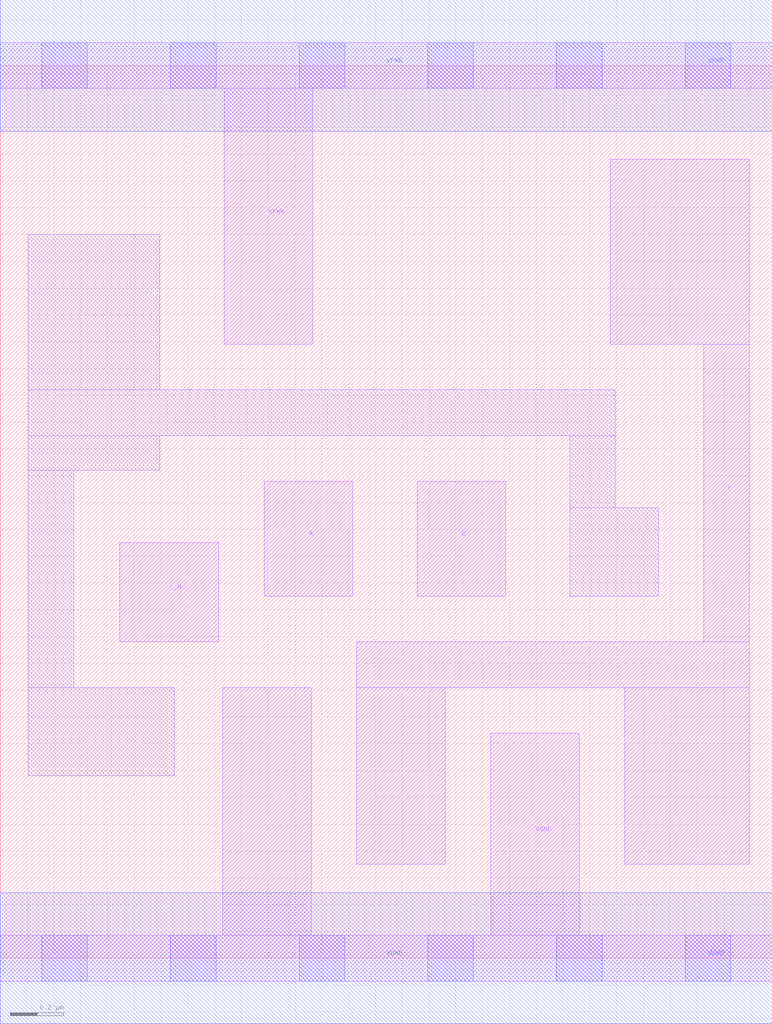
<source format=lef>
# Copyright 2020 The SkyWater PDK Authors
#
# Licensed under the Apache License, Version 2.0 (the "License");
# you may not use this file except in compliance with the License.
# You may obtain a copy of the License at
#
#     https://www.apache.org/licenses/LICENSE-2.0
#
# Unless required by applicable law or agreed to in writing, software
# distributed under the License is distributed on an "AS IS" BASIS,
# WITHOUT WARRANTIES OR CONDITIONS OF ANY KIND, either express or implied.
# See the License for the specific language governing permissions and
# limitations under the License.
#
# SPDX-License-Identifier: Apache-2.0

VERSION 5.7 ;
  NAMESCASESENSITIVE ON ;
  NOWIREEXTENSIONATPIN ON ;
  DIVIDERCHAR "/" ;
  BUSBITCHARS "[]" ;
UNITS
  DATABASE MICRONS 200 ;
END UNITS
MACRO sky130_fd_sc_hs__nor3b_1
  CLASS CORE ;
  SOURCE USER ;
  FOREIGN sky130_fd_sc_hs__nor3b_1 ;
  ORIGIN  0.000000  0.000000 ;
  SIZE  2.880000 BY  3.330000 ;
  SYMMETRY X Y ;
  SITE unit ;
  PIN A
    ANTENNAGATEAREA  0.279000 ;
    DIRECTION INPUT ;
    USE SIGNAL ;
    PORT
      LAYER li1 ;
        RECT 0.985000 1.350000 1.315000 1.780000 ;
    END
  END A
  PIN B
    ANTENNAGATEAREA  0.279000 ;
    DIRECTION INPUT ;
    USE SIGNAL ;
    PORT
      LAYER li1 ;
        RECT 1.555000 1.350000 1.885000 1.780000 ;
    END
  END B
  PIN C_N
    ANTENNAGATEAREA  0.208500 ;
    DIRECTION INPUT ;
    USE SIGNAL ;
    PORT
      LAYER li1 ;
        RECT 0.445000 1.180000 0.815000 1.550000 ;
    END
  END C_N
  PIN Y
    ANTENNADIFFAREA  0.778100 ;
    DIRECTION OUTPUT ;
    USE SIGNAL ;
    PORT
      LAYER li1 ;
        RECT 1.330000 0.350000 1.660000 1.010000 ;
        RECT 1.330000 1.010000 2.795000 1.180000 ;
        RECT 2.275000 2.290000 2.795000 2.980000 ;
        RECT 2.330000 0.350000 2.795000 1.010000 ;
        RECT 2.625000 1.180000 2.795000 2.290000 ;
    END
  END Y
  PIN VGND
    DIRECTION INOUT ;
    USE GROUND ;
    PORT
      LAYER li1 ;
        RECT 0.000000 -0.085000 2.880000 0.085000 ;
        RECT 0.830000  0.085000 1.160000 1.010000 ;
        RECT 1.830000  0.085000 2.160000 0.840000 ;
      LAYER mcon ;
        RECT 0.155000 -0.085000 0.325000 0.085000 ;
        RECT 0.635000 -0.085000 0.805000 0.085000 ;
        RECT 1.115000 -0.085000 1.285000 0.085000 ;
        RECT 1.595000 -0.085000 1.765000 0.085000 ;
        RECT 2.075000 -0.085000 2.245000 0.085000 ;
        RECT 2.555000 -0.085000 2.725000 0.085000 ;
      LAYER met1 ;
        RECT 0.000000 -0.245000 2.880000 0.245000 ;
    END
  END VGND
  PIN VPWR
    DIRECTION INOUT ;
    USE POWER ;
    PORT
      LAYER li1 ;
        RECT 0.000000 3.245000 2.880000 3.415000 ;
        RECT 0.835000 2.290000 1.165000 3.245000 ;
      LAYER mcon ;
        RECT 0.155000 3.245000 0.325000 3.415000 ;
        RECT 0.635000 3.245000 0.805000 3.415000 ;
        RECT 1.115000 3.245000 1.285000 3.415000 ;
        RECT 1.595000 3.245000 1.765000 3.415000 ;
        RECT 2.075000 3.245000 2.245000 3.415000 ;
        RECT 2.555000 3.245000 2.725000 3.415000 ;
      LAYER met1 ;
        RECT 0.000000 3.085000 2.880000 3.575000 ;
    END
  END VPWR
  OBS
    LAYER li1 ;
      RECT 0.105000 0.680000 0.650000 1.010000 ;
      RECT 0.105000 1.010000 0.275000 1.820000 ;
      RECT 0.105000 1.820000 0.595000 1.950000 ;
      RECT 0.105000 1.950000 2.295000 2.120000 ;
      RECT 0.105000 2.120000 0.595000 2.700000 ;
      RECT 2.125000 1.350000 2.455000 1.680000 ;
      RECT 2.125000 1.680000 2.295000 1.950000 ;
  END
END sky130_fd_sc_hs__nor3b_1

</source>
